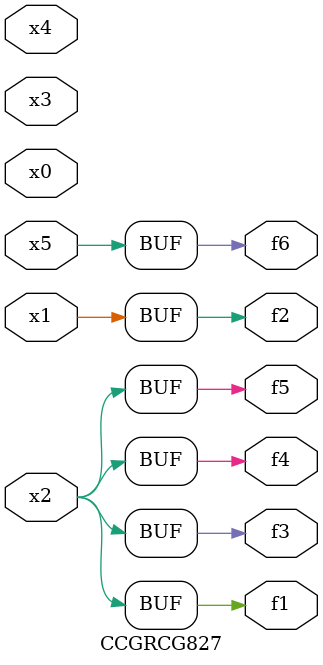
<source format=v>
module CCGRCG827(
	input x0, x1, x2, x3, x4, x5,
	output f1, f2, f3, f4, f5, f6
);
	assign f1 = x2;
	assign f2 = x1;
	assign f3 = x2;
	assign f4 = x2;
	assign f5 = x2;
	assign f6 = x5;
endmodule

</source>
